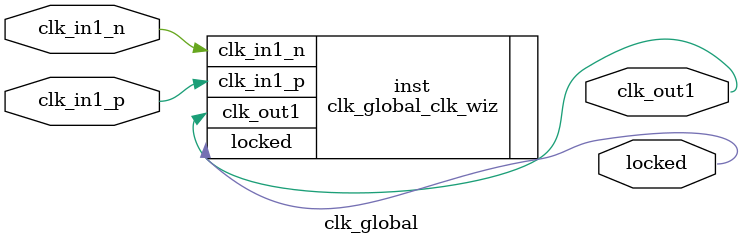
<source format=v>


`timescale 1ps/1ps

(* CORE_GENERATION_INFO = "clk_global,clk_wiz_v6_0_3_0_0,{component_name=clk_global,use_phase_alignment=true,use_min_o_jitter=false,use_max_i_jitter=false,use_dyn_phase_shift=false,use_inclk_switchover=false,use_dyn_reconfig=false,enable_axi=0,feedback_source=FDBK_AUTO,PRIMITIVE=MMCM,num_out_clk=1,clkin1_period=5.000,clkin2_period=10.0,use_power_down=false,use_reset=false,use_locked=true,use_inclk_stopped=false,feedback_type=SINGLE,CLOCK_MGR_TYPE=NA,manual_override=false}" *)

module clk_global 
 (
  // Clock out ports
  output        clk_out1,
  // Status and control signals
  output        locked,
 // Clock in ports
  input         clk_in1_p,
  input         clk_in1_n
 );

  clk_global_clk_wiz inst
  (
  // Clock out ports  
  .clk_out1(clk_out1),
  // Status and control signals               
  .locked(locked),
 // Clock in ports
  .clk_in1_p(clk_in1_p),
  .clk_in1_n(clk_in1_n)
  );

endmodule

</source>
